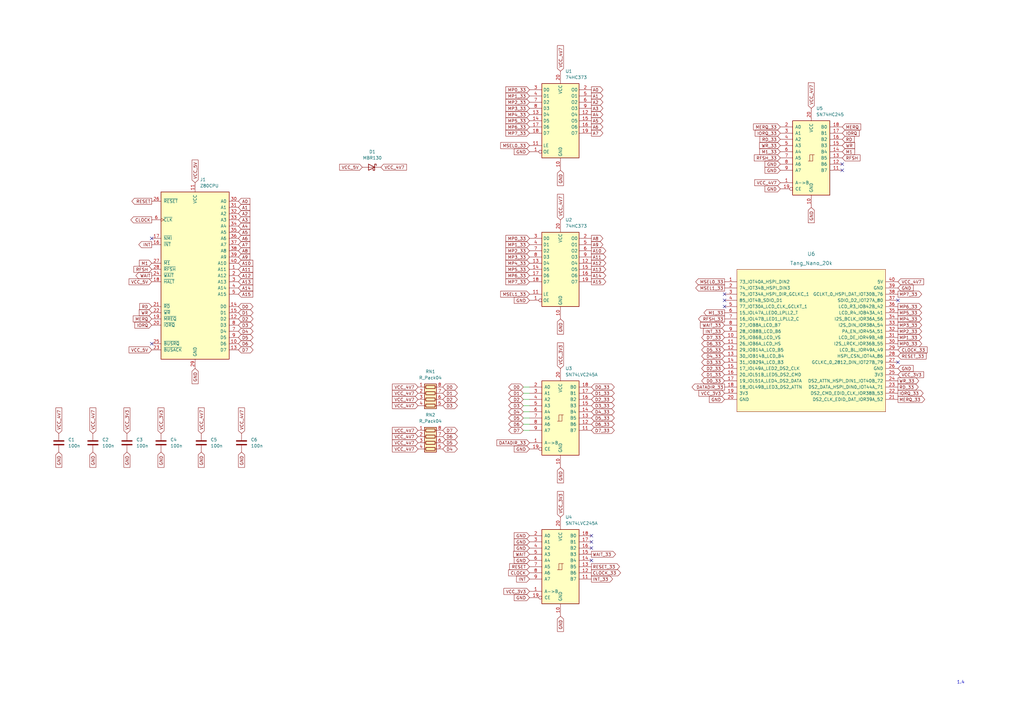
<source format=kicad_sch>
(kicad_sch (version 20211123) (generator eeschema)
  (paper "A3")
  (title_block (title "MSX-Tang Nano 9K Breakout") (date "2023-03-01"))
  (lib_symbols
    (symbol "74xx:74HC245" (pin_names (offset 1.016))
      (property "Reference" "U" (at -7.62 16.51 0))
      (property "Value" "74HC245" (at -7.62 -16.51 0))
      (symbol "74HC245_1_0"
        (polyline (pts (xy -0.635 -1.27) (xy -0.635 1.27) (xy 0.635 1.27)))
        (polyline (pts (xy -1.27 -1.27) (xy 0.635 -1.27) (xy 0.635 1.27) (xy 1.27 1.27)))
        (pin input line (at -12.7 -10.16 0) (length 5.08) (name "A->B") (number "1"))
        (pin power_in line (at 0 -20.32 90) (length 5.08) (name "GND") (number "10"))
        (pin tri_state line (at 12.7 -5.08 180) (length 5.08) (name "B7") (number "11"))
        (pin tri_state line (at 12.7 -2.54 180) (length 5.08) (name "B6") (number "12"))
        (pin tri_state line (at 12.7 0 180) (length 5.08) (name "B5") (number "13"))
        (pin tri_state line (at 12.7 2.54 180) (length 5.08) (name "B4") (number "14"))
        (pin tri_state line (at 12.7 5.08 180) (length 5.08) (name "B3") (number "15"))
        (pin tri_state line (at 12.7 7.62 180) (length 5.08) (name "B2") (number "16"))
        (pin tri_state line (at 12.7 10.16 180) (length 5.08) (name "B1") (number "17"))
        (pin tri_state line (at 12.7 12.7 180) (length 5.08) (name "B0") (number "18"))
        (pin input inverted (at -12.7 -12.7 0) (length 5.08) (name "CE") (number "19"))
        (pin tri_state line (at -12.7 12.7 0) (length 5.08) (name "A0") (number "2"))
        (pin power_in line (at 0 20.32 270) (length 5.08) (name "VCC") (number "20"))
        (pin tri_state line (at -12.7 10.16 0) (length 5.08) (name "A1") (number "3"))
        (pin tri_state line (at -12.7 7.62 0) (length 5.08) (name "A2") (number "4"))
        (pin tri_state line (at -12.7 5.08 0) (length 5.08) (name "A3") (number "5"))
        (pin tri_state line (at -12.7 2.54 0) (length 5.08) (name "A4") (number "6"))
        (pin tri_state line (at -12.7 0 0) (length 5.08) (name "A5") (number "7"))
        (pin tri_state line (at -12.7 -2.54 0) (length 5.08) (name "A6") (number "8"))
        (pin tri_state line (at -12.7 -5.08 0) (length 5.08) (name "A7") (number "9"))
      )
      (symbol "74HC245_1_1"
        (rectangle (start -7.62 15.24) (end 7.62 -15.24) (stroke (width 0.254)) (fill (type background)))
      )
    )
    (symbol "74xx:74HC373"
      (property "Reference" "U" (at -7.62 16.51 0))
      (property "Value" "74HC373" (at -7.62 -16.51 0))
      (symbol "74HC373_1_0"
        (pin input inverted (at -12.7 -12.7 0) (length 5.08) (name "OE") (number "1"))
        (pin power_in line (at 0 -20.32 90) (length 5.08) (name "GND") (number "10"))
        (pin input line (at -12.7 -10.16 0) (length 5.08) (name "LE") (number "11"))
        (pin tri_state line (at 12.7 2.54 180) (length 5.08) (name "O4") (number "12"))
        (pin input line (at -12.7 2.54 0) (length 5.08) (name "D4") (number "13"))
        (pin input line (at -12.7 0 0) (length 5.08) (name "D5") (number "14"))
        (pin tri_state line (at 12.7 0 180) (length 5.08) (name "O5") (number "15"))
        (pin tri_state line (at 12.7 -2.54 180) (length 5.08) (name "O6") (number "16"))
        (pin input line (at -12.7 -2.54 0) (length 5.08) (name "D6") (number "17"))
        (pin input line (at -12.7 -5.08 0) (length 5.08) (name "D7") (number "18"))
        (pin tri_state line (at 12.7 -5.08 180) (length 5.08) (name "O7") (number "19"))
        (pin tri_state line (at 12.7 12.7 180) (length 5.08) (name "O0") (number "2"))
        (pin power_in line (at 0 20.32 270) (length 5.08) (name "VCC") (number "20"))
        (pin input line (at -12.7 12.7 0) (length 5.08) (name "D0") (number "3"))
        (pin input line (at -12.7 10.16 0) (length 5.08) (name "D1") (number "4"))
        (pin tri_state line (at 12.7 10.16 180) (length 5.08) (name "O1") (number "5"))
        (pin tri_state line (at 12.7 7.62 180) (length 5.08) (name "O2") (number "6"))
        (pin input line (at -12.7 7.62 0) (length 5.08) (name "D2") (number "7"))
        (pin input line (at -12.7 5.08 0) (length 5.08) (name "D3") (number "8"))
        (pin tri_state line (at 12.7 5.08 180) (length 5.08) (name "O3") (number "9"))
      )
      (symbol "74HC373_1_1"
        (rectangle (start -7.62 15.24) (end 7.62 -15.24) (stroke (width 0.254)) (fill (type background)))
      )
    )
    (symbol "CPU:Z80CPU" (pin_names (offset 1.016))
      (property "Reference" "U" (at -13.97 35.56 0))
      (property "Value" "Z80CPU" (at 6.35 35.56 0))
      (symbol "Z80CPU_0_1"
        (rectangle (start -13.97 34.29) (end 13.97 -34.29) (stroke (width 0.254)) (fill (type background)))
      )
      (symbol "Z80CPU_1_1"
        (pin output line (at 17.78 2.54 180) (length 3.81) (name "A11") (number "1"))
        (pin bidirectional line (at 17.78 -27.94 180) (length 3.81) (name "D6") (number "10"))
        (pin power_in line (at 0 38.1 270) (length 3.81) (name "VCC") (number "11"))
        (pin bidirectional line (at 17.78 -17.78 180) (length 3.81) (name "D2") (number "12"))
        (pin bidirectional line (at 17.78 -30.48 180) (length 3.81) (name "D7") (number "13"))
        (pin bidirectional line (at 17.78 -12.7 180) (length 3.81) (name "D0") (number "14"))
        (pin bidirectional line (at 17.78 -15.24 180) (length 3.81) (name "D1") (number "15"))
        (pin input line (at -17.78 12.7 0) (length 3.81) (name "~{INT}") (number "16"))
        (pin input line (at -17.78 15.24 0) (length 3.81) (name "~{NMI}") (number "17"))
        (pin output line (at -17.78 -2.54 0) (length 3.81) (name "~{HALT}") (number "18"))
        (pin output line (at -17.78 -17.78 0) (length 3.81) (name "~{MREQ}") (number "19"))
        (pin output line (at 17.78 0 180) (length 3.81) (name "A12") (number "2"))
        (pin output line (at -17.78 -20.32 0) (length 3.81) (name "~{IORQ}") (number "20"))
        (pin output line (at -17.78 -12.7 0) (length 3.81) (name "~{RD}") (number "21"))
        (pin output line (at -17.78 -15.24 0) (length 3.81) (name "~{WR}") (number "22"))
        (pin output line (at -17.78 -30.48 0) (length 3.81) (name "~{BUSACK}") (number "23"))
        (pin input line (at -17.78 0 0) (length 3.81) (name "~{WAIT}") (number "24"))
        (pin input line (at -17.78 -27.94 0) (length 3.81) (name "~{BUSRQ}") (number "25"))
        (pin input line (at -17.78 30.48 0) (length 3.81) (name "~{RESET}") (number "26"))
        (pin output line (at -17.78 5.08 0) (length 3.81) (name "~{M1}") (number "27"))
        (pin output line (at -17.78 2.54 0) (length 3.81) (name "~{RFSH}") (number "28"))
        (pin power_in line (at 0 -38.1 90) (length 3.81) (name "GND") (number "29"))
        (pin output line (at 17.78 -2.54 180) (length 3.81) (name "A13") (number "3"))
        (pin output line (at 17.78 30.48 180) (length 3.81) (name "A0") (number "30"))
        (pin output line (at 17.78 27.94 180) (length 3.81) (name "A1") (number "31"))
        (pin output line (at 17.78 25.4 180) (length 3.81) (name "A2") (number "32"))
        (pin output line (at 17.78 22.86 180) (length 3.81) (name "A3") (number "33"))
        (pin output line (at 17.78 20.32 180) (length 3.81) (name "A4") (number "34"))
        (pin output line (at 17.78 17.78 180) (length 3.81) (name "A5") (number "35"))
        (pin output line (at 17.78 15.24 180) (length 3.81) (name "A6") (number "36"))
        (pin output line (at 17.78 12.7 180) (length 3.81) (name "A7") (number "37"))
        (pin output line (at 17.78 10.16 180) (length 3.81) (name "A8") (number "38"))
        (pin output line (at 17.78 7.62 180) (length 3.81) (name "A9") (number "39"))
        (pin output line (at 17.78 -5.08 180) (length 3.81) (name "A14") (number "4"))
        (pin output line (at 17.78 5.08 180) (length 3.81) (name "A10") (number "40"))
        (pin output line (at 17.78 -7.62 180) (length 3.81) (name "A15") (number "5"))
        (pin input clock (at -17.78 22.86 0) (length 3.81) (name "~{CLK}") (number "6"))
        (pin bidirectional line (at 17.78 -22.86 180) (length 3.81) (name "D4") (number "7"))
        (pin bidirectional line (at 17.78 -20.32 180) (length 3.81) (name "D3") (number "8"))
        (pin bidirectional line (at 17.78 -25.4 180) (length 3.81) (name "D5") (number "9"))
      )
    )
    (symbol "Device:C" (pin_numbers hide) (pin_names (offset 0.254))
      (property "Reference" "C" (at 0.635 2.54 0))
      (property "Value" "C" (at 0.635 -2.54 0))
      (symbol "C_0_1"
        (polyline (pts (xy -2.032 -0.762) (xy 2.032 -0.762)) (stroke (width 0.508)))
        (polyline (pts (xy -2.032 0.762) (xy 2.032 0.762)) (stroke (width 0.508)))
      )
      (symbol "C_1_1"
        (pin passive line (at 0 3.81 270) (length 2.794) (name "~") (number "1"))
        (pin passive line (at 0 -3.81 90) (length 2.794) (name "~") (number "2"))
      )
    )
    (symbol "Device:R_Pack04" (pin_names (offset 0) hide)
      (property "Reference" "RN" (at -7.62 0 90))
      (property "Value" "R_Pack04" (at 5.08 0 90))
      (symbol "R_Pack04_0_1"
        (rectangle (start -6.35 -2.413) (end 3.81 2.413) (stroke (width 0.254)) (fill (type background)))
        (rectangle (start -5.715 1.905) (end -4.445 -1.905) (stroke (width 0.254)))
        (rectangle (start -3.175 1.905) (end -1.905 -1.905) (stroke (width 0.254)))
        (rectangle (start -0.635 1.905) (end 0.635 -1.905) (stroke (width 0.254)))
        (polyline (pts (xy -5.08 -2.54) (xy -5.08 -1.905)))
        (polyline (pts (xy -5.08 1.905) (xy -5.08 2.54)))
        (polyline (pts (xy -2.54 -2.54) (xy -2.54 -1.905)))
        (polyline (pts (xy -2.54 1.905) (xy -2.54 2.54)))
        (polyline (pts (xy 0 -2.54) (xy 0 -1.905)))
        (polyline (pts (xy 0 1.905) (xy 0 2.54)))
        (polyline (pts (xy 2.54 -2.54) (xy 2.54 -1.905)))
        (polyline (pts (xy 2.54 1.905) (xy 2.54 2.54)))
        (rectangle (start 1.905 1.905) (end 3.175 -1.905) (stroke (width 0.254)))
      )
      (symbol "R_Pack04_1_1"
        (pin passive line (at -5.08 -5.08 90) (length 2.54) (name "R1.1") (number "1"))
        (pin passive line (at -2.54 -5.08 90) (length 2.54) (name "R2.1") (number "2"))
        (pin passive line (at 0 -5.08 90) (length 2.54) (name "R3.1") (number "3"))
        (pin passive line (at 2.54 -5.08 90) (length 2.54) (name "R4.1") (number "4"))
        (pin passive line (at 2.54 5.08 270) (length 2.54) (name "R4.2") (number "5"))
        (pin passive line (at 0 5.08 270) (length 2.54) (name "R3.2") (number "6"))
        (pin passive line (at -2.54 5.08 270) (length 2.54) (name "R2.2") (number "7"))
        (pin passive line (at -5.08 5.08 270) (length 2.54) (name "R1.2") (number "8"))
      )
    )
    (symbol "Diode:1N5817" (pin_numbers hide) (pin_names (offset 1.016) hide)
      (property "Reference" "D" (at 0 2.54 0))
      (property "Value" "1N5817" (at 0 -2.54 0))
      (symbol "1N5817_0_1"
        (polyline (pts (xy 1.27 0) (xy -1.27 0)))
        (polyline (pts (xy 1.27 1.27) (xy 1.27 -1.27) (xy -1.27 0) (xy 1.27 1.27)) (stroke (width 0.254)))
        (polyline (pts (xy -1.905 0.635) (xy -1.905 1.27) (xy -1.27 1.27) (xy -1.27 -1.27) (xy -0.635 -1.27) (xy -0.635 -0.635)) (stroke (width 0.254)))
      )
      (symbol "1N5817_1_1"
        (pin passive line (at -3.81 0 0) (length 2.54) (name "K") (number "1"))
        (pin passive line (at 3.81 0 180) (length 2.54) (name "A") (number "2"))
      )
    )
    (symbol "Mi_libreria:SN74LVC245AN" (pin_names (offset 1.016))
      (property "Reference" "U" (at -7.62 16.51 0))
      (property "Value" "SN74LVC245AN" (at -7.62 -16.51 0))
      (symbol "SN74LVC245AN_1_0"
        (polyline (pts (xy -0.635 -1.27) (xy -0.635 1.27) (xy 0.635 1.27)))
        (polyline (pts (xy -1.27 -1.27) (xy 0.635 -1.27) (xy 0.635 1.27) (xy 1.27 1.27)))
        (pin input line (at -12.7 -10.16 0) (length 5.08) (name "A->B") (number "1"))
        (pin power_in line (at 0 -20.32 90) (length 5.08) (name "GND") (number "10"))
        (pin tri_state line (at 12.7 -5.08 180) (length 5.08) (name "B7") (number "11"))
        (pin tri_state line (at 12.7 -2.54 180) (length 5.08) (name "B6") (number "12"))
        (pin tri_state line (at 12.7 0 180) (length 5.08) (name "B5") (number "13"))
        (pin tri_state line (at 12.7 2.54 180) (length 5.08) (name "B4") (number "14"))
        (pin tri_state line (at 12.7 5.08 180) (length 5.08) (name "B3") (number "15"))
        (pin tri_state line (at 12.7 7.62 180) (length 5.08) (name "B2") (number "16"))
        (pin tri_state line (at 12.7 10.16 180) (length 5.08) (name "B1") (number "17"))
        (pin tri_state line (at 12.7 12.7 180) (length 5.08) (name "B0") (number "18"))
        (pin input inverted (at -12.7 -12.7 0) (length 5.08) (name "CE") (number "19"))
        (pin tri_state line (at -12.7 12.7 0) (length 5.08) (name "A0") (number "2"))
        (pin power_in line (at 0 20.32 270) (length 5.08) (name "VCC") (number "20"))
        (pin tri_state line (at -12.7 10.16 0) (length 5.08) (name "A1") (number "3"))
        (pin tri_state line (at -12.7 7.62 0) (length 5.08) (name "A2") (number "4"))
        (pin tri_state line (at -12.7 5.08 0) (length 5.08) (name "A3") (number "5"))
        (pin tri_state line (at -12.7 2.54 0) (length 5.08) (name "A4") (number "6"))
        (pin tri_state line (at -12.7 0 0) (length 5.08) (name "A5") (number "7"))
        (pin tri_state line (at -12.7 -2.54 0) (length 5.08) (name "A6") (number "8"))
        (pin tri_state line (at -12.7 -5.08 0) (length 5.08) (name "A7") (number "9"))
      )
      (symbol "SN74LVC245AN_1_1"
        (rectangle (start -7.62 15.24) (end 7.62 -15.24) (stroke (width 0.254)) (fill (type background)))
      )
    )
    (symbol "Mi_libreria:Tang_Nano_20k" (pin_names (offset 1.016))
      (property "Reference" "U" (at -3.81 7.62 0))
      (property "Value" "Tang_Nano_20k" (at -10.16 2.54 0))
      (symbol "Tang_Nano_20k_1_0"
        (pin bidirectional line (at -35.56 22.86 0) (length 5) (name "73_IOT40A_HSPI_DIN2") (number "1"))
        (pin bidirectional line (at -35.56 0 0) (length 5) (name "25_IOB6B_LCD_VS") (number "10"))
        (pin bidirectional line (at -35.56 -2.54 0) (length 5) (name "26_IOB6A_LCD_HS") (number "11"))
        (pin bidirectional line (at -35.56 -5.08 0) (length 5) (name "29_IOB14A_LCD_B5") (number "12"))
        (pin bidirectional line (at -35.56 -7.62 0) (length 5) (name "30_IOB14B_LCD_B4") (number "13"))
        (pin bidirectional line (at -35.56 -10.16 0) (length 5) (name "31_IOB29A_LCD_B3") (number "14"))
        (pin bidirectional line (at -35.56 -12.7 0) (length 5) (name "17_IOL49A_LED2_DS2_CLK") (number "15"))
        (pin bidirectional line (at -35.56 -15.24 0) (length 5) (name "20_IOL51B_LED5_DS2_CMD") (number "16"))
        (pin bidirectional line (at -35.56 -17.78 0) (length 5) (name "19_IOL51A_LED4_DS2_DATA") (number "17"))
        (pin bidirectional line (at -35.56 -20.32 0) (length 5) (name "18_IOL49B_LED3_DS2_ATTN") (number "18"))
        (pin bidirectional line (at -35.56 -22.86 0) (length 5) (name "3V3") (number "19"))
        (pin bidirectional line (at -35.56 20.32 0) (length 5) (name "74_IOT34B_HSPI_DIN3") (number "2"))
        (pin bidirectional line (at -35.56 -25.4 0) (length 5) (name "GND") (number "20"))
        (pin bidirectional line (at 35.56 -25.4 180) (length 5) (name "DS2_CLK_EDID_DAT_IOR39A_52") (number "21"))
        (pin bidirectional line (at 35.56 -22.86 180) (length 5) (name "DS2_CMD_EDID_CLK_IOR38B_53") (number "22"))
        (pin bidirectional line (at 35.56 -20.32 180) (length 5) (name "DS2_DATA_HSPI_DIN0_IOT44A_71") (number "23"))
        (pin bidirectional line (at 35.56 -17.78 180) (length 5) (name "DS2_ATTN_HSPI_DIN1_IOT40B_72") (number "24"))
        (pin bidirectional line (at 35.56 -15.24 180) (length 5) (name "3V3") (number "25"))
        (pin bidirectional line (at 35.56 -12.7 180) (length 5) (name "GND") (number "26"))
        (pin bidirectional line (at 35.56 -10.16 180) (length 5) (name "GCLKC_0_2812_DIN_IOT27B_79") (number "27"))
        (pin bidirectional line (at 35.56 -7.62 180) (length 5) (name "HSPI_CSN_IOT4A_86") (number "28"))
        (pin bidirectional line (at 35.56 -5.08 180) (length 5) (name "LCD_BL_IOR49A_49") (number "29"))
        (pin bidirectional line (at -35.56 17.78 0) (length 5) (name "75_IOT34A_HSPI_DIR_GCLKC_1") (number "3"))
        (pin bidirectional line (at 35.56 -2.54 180) (length 5) (name "I2S_LRCK_IOR36B_55") (number "30"))
        (pin bidirectional line (at 35.56 0 180) (length 5) (name "LCD_DE_IOR49B_48") (number "31"))
        (pin bidirectional line (at 35.56 2.54 180) (length 5) (name "PA_EN_IOR45A_51") (number "32"))
        (pin bidirectional line (at 35.56 5.08 180) (length 5) (name "I2S_DIN_IOR38A_54") (number "33"))
        (pin bidirectional line (at 35.56 7.62 180) (length 5) (name "I2S_BCLK_IOR36A_56") (number "34"))
        (pin bidirectional line (at 35.56 10.16 180) (length 5) (name "LCD_R4_IOB43A_41") (number "35"))
        (pin bidirectional line (at 35.56 12.7 180) (length 5) (name "LCD_R3_IOB42B_42") (number "36"))
        (pin bidirectional line (at 35.56 15.24 180) (length 5) (name "SDIO_D2_IOT27A_80") (number "37"))
        (pin bidirectional line (at 35.56 17.78 180) (length 5) (name "GCLKT_0_HSPI_DAT_IOT30B_76") (number "38"))
        (pin bidirectional line (at 35.56 20.32 180) (length 5) (name "GND") (number "39"))
        (pin bidirectional line (at -35.56 15.24 0) (length 5) (name "85_IOT4B_SDIO_D1") (number "4"))
        (pin bidirectional line (at 35.56 22.86 180) (length 5) (name "5V") (number "40"))
        (pin bidirectional line (at -35.56 12.7 0) (length 5) (name "77_IOT30A_LCD_CLK_GCLKT_1") (number "5"))
        (pin bidirectional line (at -35.56 10.16 0) (length 5) (name "15_IOL47A_LED0_LPLL2_T") (number "6"))
        (pin bidirectional line (at -35.56 7.62 0) (length 5) (name "16_IOL47B_LED1_LPLL2_C") (number "7"))
        (pin bidirectional line (at -35.56 5.08 0) (length 5) (name "27_IOB8A_LCD_B7") (number "8"))
        (pin bidirectional line (at -35.56 2.54 0) (length 5) (name "28_IOB8B_LCD_B6") (number "9"))
      )
      (symbol "Tang_Nano_20k_1_1"
        (rectangle (start -30.48 27.94) (end 30.48 -30.48) (fill (type background)))
      )
    )
  )
  (no_connect (at 62.23 140.97))
  (no_connect (at 368.3 148.59))
  (no_connect (at 297.18 120.65))
  (no_connect (at 368.3 123.19))
  (no_connect (at 345.44 69.85))
  (no_connect (at 242.57 222.25))
  (no_connect (at 242.57 229.87))
  (no_connect (at 297.18 125.73))
  (no_connect (at 297.18 123.19))
  (no_connect (at 62.23 97.79))
  (no_connect (at 242.57 219.71))
  (no_connect (at 242.57 224.79))
  (no_connect (at 345.44 67.31))
  (wire (pts (xy 214.63 173.99) (xy 217.17 173.99)))
  (wire (pts (xy 214.63 158.75) (xy 217.17 158.75)))
  (wire (pts (xy 214.63 176.53) (xy 217.17 176.53)))
  (wire (pts (xy 214.63 171.45) (xy 217.17 171.45)))
  (wire (pts (xy 214.63 168.91) (xy 217.17 168.91)))
  (wire (pts (xy 214.63 163.83) (xy 217.17 163.83)))
  (wire (pts (xy 214.63 161.29) (xy 217.17 161.29)))
  (wire (pts (xy 214.63 166.37) (xy 217.17 166.37)))
  (text "1.4" (at 392.43 280.67 0) (effects (font (size 1.27 1.27)) (justify left bottom)))
  (global_label "GND" (shape input) (at 229.87 130.81 270) (property "Intersheet References" "${INTERSHEET_REFS}" (effects hide)))
  (global_label "VCC_3V3" (shape input) (at 66.04 177.8 90) (property "Intersheet References" "${INTERSHEET_REFS}" (effects hide)))
  (global_label "GND" (shape input) (at 297.18 163.83 180) (property "Intersheet References" "${INTERSHEET_REFS}" (effects hide)))
  (global_label "MP1_33" (shape input) (at 217.17 100.33 180) (property "Intersheet References" "${INTERSHEET_REFS}" (effects hide)))
  (global_label "D1" (shape bidirectional) (at 97.79 128.27 0) (property "Intersheet References" "${INTERSHEET_REFS}" (effects hide)))
  (global_label "D4" (shape bidirectional) (at 97.79 135.89 0) (property "Intersheet References" "${INTERSHEET_REFS}" (effects hide)))
  (global_label "MP4_33" (shape input) (at 217.17 107.95 180) (property "Intersheet References" "${INTERSHEET_REFS}" (effects hide)))
  (global_label "MP3_33" (shape input) (at 217.17 105.41 180) (property "Intersheet References" "${INTERSHEET_REFS}" (effects hide)))
  (global_label "MP0_33" (shape input) (at 217.17 97.79 180) (property "Intersheet References" "${INTERSHEET_REFS}" (effects hide)))
  (global_label "WAIT_33" (shape output) (at 242.57 227.33 0) (property "Intersheet References" "${INTERSHEET_REFS}" (effects hide)))
  (global_label "GND" (shape input) (at 38.1 185.42 270) (property "Intersheet References" "${INTERSHEET_REFS}" (effects hide)))
  (global_label "VCC_5V" (shape input) (at 62.23 115.57 180) (property "Intersheet References" "${INTERSHEET_REFS}" (effects hide)))
  (global_label "VCC_4V7" (shape input) (at 24.13 177.8 90) (property "Intersheet References" "${INTERSHEET_REFS}" (effects hide)))
  (global_label "WR" (shape input) (at 62.23 128.27 180) (property "Intersheet References" "${INTERSHEET_REFS}" (effects hide)))
  (global_label "GND" (shape input) (at 217.17 62.23 180) (property "Intersheet References" "${INTERSHEET_REFS}" (effects hide)))
  (global_label "RD_33" (shape input) (at 320.04 57.15 180) (property "Intersheet References" "${INTERSHEET_REFS}" (effects hide)))
  (global_label "MP6_33" (shape output) (at 368.3 125.73 0) (property "Intersheet References" "${INTERSHEET_REFS}" (effects hide)))
  (global_label "A2" (shape input) (at 97.79 87.63 0) (property "Intersheet References" "${INTERSHEET_REFS}" (effects hide)))
  (global_label "D3" (shape bidirectional) (at 214.63 166.37 180) (property "Intersheet References" "${INTERSHEET_REFS}" (effects hide)))
  (global_label "IORQ_33" (shape input) (at 320.04 54.61 180) (property "Intersheet References" "${INTERSHEET_REFS}" (effects hide)))
  (global_label "MERQ_33" (shape input) (at 320.04 52.07 180) (property "Intersheet References" "${INTERSHEET_REFS}" (effects hide)))
  (global_label "VCC_5V" (shape input) (at 62.23 143.51 180) (property "Intersheet References" "${INTERSHEET_REFS}" (effects hide)))
  (global_label "GND" (shape input) (at 217.17 229.87 180) (property "Intersheet References" "${INTERSHEET_REFS}" (effects hide)))
  (global_label "A4" (shape input) (at 97.79 92.71 0) (property "Intersheet References" "${INTERSHEET_REFS}" (effects hide)))
  (global_label "A5" (shape input) (at 97.79 95.25 0) (property "Intersheet References" "${INTERSHEET_REFS}" (effects hide)))
  (global_label "VCC_4V7" (shape input) (at 171.45 176.53 180) (property "Intersheet References" "${INTERSHEET_REFS}" (effects hide)))
  (global_label "CLOCK_33" (shape output) (at 242.57 234.95 0) (property "Intersheet References" "${INTERSHEET_REFS}" (effects hide)))
  (global_label "RD" (shape input) (at 62.23 125.73 180) (property "Intersheet References" "${INTERSHEET_REFS}" (effects hide)))
  (global_label "VCC_5V" (shape input) (at 148.59 68.58 180) (property "Intersheet References" "${INTERSHEET_REFS}" (effects hide)))
  (global_label "A8" (shape output) (at 242.57 97.79 0) (property "Intersheet References" "${INTERSHEET_REFS}" (effects hide)))
  (global_label "A0" (shape input) (at 97.79 82.55 0) (property "Intersheet References" "${INTERSHEET_REFS}" (effects hide)))
  (global_label "MP6_33" (shape input) (at 217.17 113.03 180) (property "Intersheet References" "${INTERSHEET_REFS}" (effects hide)))
  (global_label "A13" (shape input) (at 97.79 115.57 0) (property "Intersheet References" "${INTERSHEET_REFS}" (effects hide)))
  (global_label "D2" (shape bidirectional) (at 97.79 130.81 0) (property "Intersheet References" "${INTERSHEET_REFS}" (effects hide)))
  (global_label "A9" (shape input) (at 97.79 105.41 0) (property "Intersheet References" "${INTERSHEET_REFS}" (effects hide)))
  (global_label "D6_33" (shape bidirectional) (at 242.57 173.99 0) (property "Intersheet References" "${INTERSHEET_REFS}" (effects hide)))
  (global_label "D0" (shape bidirectional) (at 214.63 158.75 180) (property "Intersheet References" "${INTERSHEET_REFS}" (effects hide)))
  (global_label "GND" (shape input) (at 80.01 151.13 270) (property "Intersheet References" "${INTERSHEET_REFS}" (effects hide)))
  (global_label "D2" (shape bidirectional) (at 181.61 163.83 0) (property "Intersheet References" "${INTERSHEET_REFS}" (effects hide)))
  (global_label "RFSH_33" (shape input) (at 320.04 64.77 180) (property "Intersheet References" "${INTERSHEET_REFS}" (effects hide)))
  (global_label "M1_33" (shape output) (at 297.18 128.27 180) (property "Intersheet References" "${INTERSHEET_REFS}" (effects hide)))
  (global_label "D4_33" (shape bidirectional) (at 297.18 146.05 180) (property "Intersheet References" "${INTERSHEET_REFS}" (effects hide)))
  (global_label "MERQ_33" (shape output) (at 368.3 163.83 0) (property "Intersheet References" "${INTERSHEET_REFS}" (effects hide)))
  (global_label "A15" (shape input) (at 97.79 120.65 0) (property "Intersheet References" "${INTERSHEET_REFS}" (effects hide)))
  (global_label "D0_33" (shape bidirectional) (at 242.57 158.75 0) (property "Intersheet References" "${INTERSHEET_REFS}" (effects hide)))
  (global_label "D1_33" (shape bidirectional) (at 297.18 153.67 180) (property "Intersheet References" "${INTERSHEET_REFS}" (effects hide)))
  (global_label "MP2_33" (shape input) (at 217.17 102.87 180) (property "Intersheet References" "${INTERSHEET_REFS}" (effects hide)))
  (global_label "GND" (shape input) (at 217.17 245.11 180) (property "Intersheet References" "${INTERSHEET_REFS}" (effects hide)))
  (global_label "A13" (shape output) (at 242.57 110.49 0) (property "Intersheet References" "${INTERSHEET_REFS}" (effects hide)))
  (global_label "A7" (shape input) (at 97.79 100.33 0) (property "Intersheet References" "${INTERSHEET_REFS}" (effects hide)))
  (global_label "D7" (shape bidirectional) (at 97.79 143.51 0) (property "Intersheet References" "${INTERSHEET_REFS}" (effects hide)))
  (global_label "A14" (shape input) (at 97.79 118.11 0) (property "Intersheet References" "${INTERSHEET_REFS}" (effects hide)))
  (global_label "VCC_4V7" (shape input) (at 332.74 44.45 90) (property "Intersheet References" "${INTERSHEET_REFS}" (effects hide)))
  (global_label "CLOCK" (shape input) (at 217.17 234.95 180) (property "Intersheet References" "${INTERSHEET_REFS}" (effects hide)))
  (global_label "VCC_4V7" (shape input) (at 171.45 166.37 180) (property "Intersheet References" "${INTERSHEET_REFS}" (effects hide)))
  (global_label "D4_33" (shape bidirectional) (at 242.57 168.91 0) (property "Intersheet References" "${INTERSHEET_REFS}" (effects hide)))
  (global_label "INT" (shape input) (at 217.17 237.49 180) (property "Intersheet References" "${INTERSHEET_REFS}" (effects hide)))
  (global_label "A15" (shape output) (at 242.57 115.57 0) (property "Intersheet References" "${INTERSHEET_REFS}" (effects hide)))
  (global_label "GND" (shape input) (at 217.17 224.79 180) (property "Intersheet References" "${INTERSHEET_REFS}" (effects hide)))
  (global_label "D6" (shape bidirectional) (at 181.61 179.07 0) (property "Intersheet References" "${INTERSHEET_REFS}" (effects hide)))
  (global_label "GND" (shape input) (at 368.3 151.13 0) (property "Intersheet References" "${INTERSHEET_REFS}" (effects hide)))
  (global_label "DATADIR_33" (shape output) (at 297.18 158.75 180) (property "Intersheet References" "${INTERSHEET_REFS}" (effects hide)))
  (global_label "D4" (shape bidirectional) (at 214.63 168.91 180) (property "Intersheet References" "${INTERSHEET_REFS}" (effects hide)))
  (global_label "D3_33" (shape bidirectional) (at 297.18 148.59 180) (property "Intersheet References" "${INTERSHEET_REFS}" (effects hide)))
  (global_label "VCC_3V3" (shape input) (at 229.87 151.13 90) (property "Intersheet References" "${INTERSHEET_REFS}" (effects hide)))
  (global_label "A11" (shape output) (at 242.57 105.41 0) (property "Intersheet References" "${INTERSHEET_REFS}" (effects hide)))
  (global_label "VCC_3V3" (shape input) (at 297.18 161.29 180) (property "Intersheet References" "${INTERSHEET_REFS}" (effects hide)))
  (global_label "VCC_4V7" (shape input) (at 171.45 179.07 180) (property "Intersheet References" "${INTERSHEET_REFS}" (effects hide)))
  (global_label "VCC_4V7" (shape input) (at 156.21 68.58 0) (property "Intersheet References" "${INTERSHEET_REFS}" (effects hide)))
  (global_label "MP7_33" (shape input) (at 217.17 115.57 180) (property "Intersheet References" "${INTERSHEET_REFS}" (effects hide)))
  (global_label "GND" (shape input) (at 332.74 85.09 270) (property "Intersheet References" "${INTERSHEET_REFS}" (effects hide)))
  (global_label "MP5_33" (shape output) (at 368.3 128.27 0) (property "Intersheet References" "${INTERSHEET_REFS}" (effects hide)))
  (global_label "MP7_33" (shape output) (at 368.3 120.65 0) (property "Intersheet References" "${INTERSHEET_REFS}" (effects hide)))
  (global_label "D2_33" (shape bidirectional) (at 242.57 163.83 0) (property "Intersheet References" "${INTERSHEET_REFS}" (effects hide)))
  (global_label "VCC_4V7" (shape input) (at 171.45 161.29 180) (property "Intersheet References" "${INTERSHEET_REFS}" (effects hide)))
  (global_label "VCC_5V" (shape input) (at 80.01 74.93 90) (property "Intersheet References" "${INTERSHEET_REFS}" (effects hide)))
  (global_label "RD" (shape input) (at 345.44 57.15 0) (property "Intersheet References" "${INTERSHEET_REFS}" (effects hide)))
  (global_label "D5" (shape bidirectional) (at 181.61 181.61 0) (property "Intersheet References" "${INTERSHEET_REFS}" (effects hide)))
  (global_label "MERQ" (shape input) (at 345.44 52.07 0) (property "Intersheet References" "${INTERSHEET_REFS}" (effects hide)))
  (global_label "D0_33" (shape bidirectional) (at 297.18 156.21 180) (property "Intersheet References" "${INTERSHEET_REFS}" (effects hide)))
  (global_label "D7_33" (shape bidirectional) (at 297.18 138.43 180) (property "Intersheet References" "${INTERSHEET_REFS}" (effects hide)))
  (global_label "MP7_33" (shape input) (at 217.17 54.61 180) (property "Intersheet References" "${INTERSHEET_REFS}" (effects hide)))
  (global_label "WR_33" (shape output) (at 368.3 156.21 0) (property "Intersheet References" "${INTERSHEET_REFS}" (effects hide)))
  (global_label "A14" (shape output) (at 242.57 113.03 0) (property "Intersheet References" "${INTERSHEET_REFS}" (effects hide)))
  (global_label "VCC_3V3" (shape input) (at 52.07 177.8 90) (property "Intersheet References" "${INTERSHEET_REFS}" (effects hide)))
  (global_label "D6_33" (shape bidirectional) (at 297.18 140.97 180) (property "Intersheet References" "${INTERSHEET_REFS}" (effects hide)))
  (global_label "VCC_4V7" (shape input) (at 171.45 163.83 180) (property "Intersheet References" "${INTERSHEET_REFS}" (effects hide)))
  (global_label "A0" (shape output) (at 242.57 36.83 0) (property "Intersheet References" "${INTERSHEET_REFS}" (effects hide)))
  (global_label "A6" (shape output) (at 242.57 52.07 0) (property "Intersheet References" "${INTERSHEET_REFS}" (effects hide)))
  (global_label "D6" (shape bidirectional) (at 97.79 140.97 0) (property "Intersheet References" "${INTERSHEET_REFS}" (effects hide)))
  (global_label "GND" (shape input) (at 229.87 191.77 270) (property "Intersheet References" "${INTERSHEET_REFS}" (effects hide)))
  (global_label "MP2_33" (shape input) (at 217.17 41.91 180) (property "Intersheet References" "${INTERSHEET_REFS}" (effects hide)))
  (global_label "MP3_33" (shape output) (at 368.3 133.35 0) (property "Intersheet References" "${INTERSHEET_REFS}" (effects hide)))
  (global_label "WR" (shape input) (at 345.44 59.69 0) (property "Intersheet References" "${INTERSHEET_REFS}" (effects hide)))
  (global_label "RESET" (shape output) (at 62.23 82.55 180) (property "Intersheet References" "${INTERSHEET_REFS}" (effects hide)))
  (global_label "D4" (shape bidirectional) (at 181.61 184.15 0) (property "Intersheet References" "${INTERSHEET_REFS}" (effects hide)))
  (global_label "D3" (shape bidirectional) (at 181.61 166.37 0) (property "Intersheet References" "${INTERSHEET_REFS}" (effects hide)))
  (global_label "A3" (shape input) (at 97.79 90.17 0) (property "Intersheet References" "${INTERSHEET_REFS}" (effects hide)))
  (global_label "A7" (shape output) (at 242.57 54.61 0) (property "Intersheet References" "${INTERSHEET_REFS}" (effects hide)))
  (global_label "D5_33" (shape bidirectional) (at 297.18 143.51 180) (property "Intersheet References" "${INTERSHEET_REFS}" (effects hide)))
  (global_label "IORQ_33" (shape output) (at 368.3 161.29 0) (property "Intersheet References" "${INTERSHEET_REFS}" (effects hide)))
  (global_label "RESET_33" (shape output) (at 242.57 232.41 0) (property "Intersheet References" "${INTERSHEET_REFS}" (effects hide)))
  (global_label "MP5_33" (shape input) (at 217.17 110.49 180) (property "Intersheet References" "${INTERSHEET_REFS}" (effects hide)))
  (global_label "VCC_4V7" (shape input) (at 171.45 184.15 180) (property "Intersheet References" "${INTERSHEET_REFS}" (effects hide)))
  (global_label "MP0_33" (shape output) (at 368.3 140.97 0) (property "Intersheet References" "${INTERSHEET_REFS}" (effects hide)))
  (global_label "M1_33" (shape input) (at 320.04 62.23 180) (property "Intersheet References" "${INTERSHEET_REFS}" (effects hide)))
  (global_label "GND" (shape input) (at 229.87 69.85 270) (property "Intersheet References" "${INTERSHEET_REFS}" (effects hide)))
  (global_label "INT_33" (shape input) (at 297.18 135.89 180) (property "Intersheet References" "${INTERSHEET_REFS}" (effects hide)))
  (global_label "DATADIR_33" (shape input) (at 217.17 181.61 180) (property "Intersheet References" "${INTERSHEET_REFS}" (effects hide)))
  (global_label "A8" (shape input) (at 97.79 102.87 0) (property "Intersheet References" "${INTERSHEET_REFS}" (effects hide)))
  (global_label "A4" (shape output) (at 242.57 46.99 0) (property "Intersheet References" "${INTERSHEET_REFS}" (effects hide)))
  (global_label "WAIT" (shape output) (at 62.23 113.03 180) (property "Intersheet References" "${INTERSHEET_REFS}" (effects hide)))
  (global_label "GND" (shape input) (at 217.17 219.71 180) (property "Intersheet References" "${INTERSHEET_REFS}" (effects hide)))
  (global_label "A3" (shape output) (at 242.57 44.45 0) (property "Intersheet References" "${INTERSHEET_REFS}" (effects hide)))
  (global_label "M1" (shape input) (at 345.44 62.23 0) (property "Intersheet References" "${INTERSHEET_REFS}" (effects hide)))
  (global_label "D5" (shape bidirectional) (at 214.63 171.45 180) (property "Intersheet References" "${INTERSHEET_REFS}" (effects hide)))
  (global_label "VCC_4V7" (shape input) (at 38.1 177.8 90) (property "Intersheet References" "${INTERSHEET_REFS}" (effects hide)))
  (global_label "A5" (shape output) (at 242.57 49.53 0) (property "Intersheet References" "${INTERSHEET_REFS}" (effects hide)))
  (global_label "GND" (shape input) (at 82.55 185.42 270) (property "Intersheet References" "${INTERSHEET_REFS}" (effects hide)))
  (global_label "D2" (shape bidirectional) (at 214.63 163.83 180) (property "Intersheet References" "${INTERSHEET_REFS}" (effects hide)))
  (global_label "VCC_4V7" (shape input) (at 171.45 158.75 180) (property "Intersheet References" "${INTERSHEET_REFS}" (effects hide)))
  (global_label "INT_33" (shape output) (at 242.57 237.49 0) (property "Intersheet References" "${INTERSHEET_REFS}" (effects hide)))
  (global_label "D1" (shape bidirectional) (at 214.63 161.29 180) (property "Intersheet References" "${INTERSHEET_REFS}" (effects hide)))
  (global_label "MSEL0_33" (shape output) (at 297.18 115.57 180) (property "Intersheet References" "${INTERSHEET_REFS}" (effects hide)))
  (global_label "RFSH_33" (shape output) (at 297.18 130.81 180) (property "Intersheet References" "${INTERSHEET_REFS}" (effects hide)))
  (global_label "D7" (shape bidirectional) (at 214.63 176.53 180) (property "Intersheet References" "${INTERSHEET_REFS}" (effects hide)))
  (global_label "GND" (shape input) (at 320.04 69.85 180) (property "Intersheet References" "${INTERSHEET_REFS}" (effects hide)))
  (global_label "CLOCK_33" (shape input) (at 368.3 143.51 0) (property "Intersheet References" "${INTERSHEET_REFS}" (effects hide)))
  (global_label "GND" (shape input) (at 320.04 67.31 180) (property "Intersheet References" "${INTERSHEET_REFS}" (effects hide)))
  (global_label "RESET" (shape input) (at 217.17 232.41 180) (property "Intersheet References" "${INTERSHEET_REFS}" (effects hide)))
  (global_label "WAIT_33" (shape input) (at 297.18 133.35 180) (property "Intersheet References" "${INTERSHEET_REFS}" (effects hide)))
  (global_label "A10" (shape output) (at 242.57 102.87 0) (property "Intersheet References" "${INTERSHEET_REFS}" (effects hide)))
  (global_label "D7" (shape bidirectional) (at 181.61 176.53 0) (property "Intersheet References" "${INTERSHEET_REFS}" (effects hide)))
  (global_label "RESET_33" (shape input) (at 368.3 146.05 0) (property "Intersheet References" "${INTERSHEET_REFS}" (effects hide)))
  (global_label "GND" (shape input) (at 24.13 185.42 270) (property "Intersheet References" "${INTERSHEET_REFS}" (effects hide)))
  (global_label "D1" (shape bidirectional) (at 181.61 161.29 0) (property "Intersheet References" "${INTERSHEET_REFS}" (effects hide)))
  (global_label "A6" (shape input) (at 97.79 97.79 0) (property "Intersheet References" "${INTERSHEET_REFS}" (effects hide)))
  (global_label "MP1_33" (shape input) (at 217.17 39.37 180) (property "Intersheet References" "${INTERSHEET_REFS}" (effects hide)))
  (global_label "A1" (shape output) (at 242.57 39.37 0) (property "Intersheet References" "${INTERSHEET_REFS}" (effects hide)))
  (global_label "D3_33" (shape bidirectional) (at 242.57 166.37 0) (property "Intersheet References" "${INTERSHEET_REFS}" (effects hide)))
  (global_label "M1" (shape input) (at 62.23 107.95 180) (property "Intersheet References" "${INTERSHEET_REFS}" (effects hide)))
  (global_label "INT" (shape output) (at 62.23 100.33 180) (property "Intersheet References" "${INTERSHEET_REFS}" (effects hide)))
  (global_label "RFSH" (shape input) (at 345.44 64.77 0) (property "Intersheet References" "${INTERSHEET_REFS}" (effects hide)))
  (global_label "D5_33" (shape bidirectional) (at 242.57 171.45 0) (property "Intersheet References" "${INTERSHEET_REFS}" (effects hide)))
  (global_label "MP3_33" (shape input) (at 217.17 44.45 180) (property "Intersheet References" "${INTERSHEET_REFS}" (effects hide)))
  (global_label "VCC_3V3" (shape input) (at 368.3 153.67 0) (property "Intersheet References" "${INTERSHEET_REFS}" (effects hide)))
  (global_label "GND" (shape input) (at 368.3 118.11 0) (property "Intersheet References" "${INTERSHEET_REFS}" (effects hide)))
  (global_label "D0" (shape bidirectional) (at 181.61 158.75 0) (property "Intersheet References" "${INTERSHEET_REFS}" (effects hide)))
  (global_label "D0" (shape bidirectional) (at 97.79 125.73 0) (property "Intersheet References" "${INTERSHEET_REFS}" (effects hide)))
  (global_label "MP5_33" (shape input) (at 217.17 49.53 180) (property "Intersheet References" "${INTERSHEET_REFS}" (effects hide)))
  (global_label "VCC_3V3" (shape input) (at 229.87 212.09 90) (property "Intersheet References" "${INTERSHEET_REFS}" (effects hide)))
  (global_label "A2" (shape output) (at 242.57 41.91 0) (property "Intersheet References" "${INTERSHEET_REFS}" (effects hide)))
  (global_label "GND" (shape input) (at 320.04 77.47 180) (property "Intersheet References" "${INTERSHEET_REFS}" (effects hide)))
  (global_label "VCC_4V7" (shape input) (at 368.3 115.57 0) (property "Intersheet References" "${INTERSHEET_REFS}" (effects hide)))
  (global_label "D2_33" (shape bidirectional) (at 297.18 151.13 180) (property "Intersheet References" "${INTERSHEET_REFS}" (effects hide)))
  (global_label "MERQ" (shape input) (at 62.23 130.81 180) (property "Intersheet References" "${INTERSHEET_REFS}" (effects hide)))
  (global_label "IORQ" (shape input) (at 62.23 133.35 180) (property "Intersheet References" "${INTERSHEET_REFS}" (effects hide)))
  (global_label "VCC_3V3" (shape input) (at 217.17 242.57 180) (property "Intersheet References" "${INTERSHEET_REFS}" (effects hide)))
  (global_label "RFSH" (shape input) (at 62.23 110.49 180) (property "Intersheet References" "${INTERSHEET_REFS}" (effects hide)))
  (global_label "VCC_4V7" (shape input) (at 171.45 181.61 180) (property "Intersheet References" "${INTERSHEET_REFS}" (effects hide)))
  (global_label "RD_33" (shape output) (at 368.3 158.75 0) (property "Intersheet References" "${INTERSHEET_REFS}" (effects hide)))
  (global_label "D7_33" (shape bidirectional) (at 242.57 176.53 0) (property "Intersheet References" "${INTERSHEET_REFS}" (effects hide)))
  (global_label "MSEL0_33" (shape input) (at 217.17 59.69 180) (property "Intersheet References" "${INTERSHEET_REFS}" (effects hide)))
  (global_label "A12" (shape input) (at 97.79 113.03 0) (property "Intersheet References" "${INTERSHEET_REFS}" (effects hide)))
  (global_label "D3" (shape bidirectional) (at 97.79 133.35 0) (property "Intersheet References" "${INTERSHEET_REFS}" (effects hide)))
  (global_label "VCC_4V7" (shape input) (at 229.87 90.17 90) (property "Intersheet References" "${INTERSHEET_REFS}" (effects hide)))
  (global_label "GND" (shape input) (at 66.04 185.42 270) (property "Intersheet References" "${INTERSHEET_REFS}" (effects hide)))
  (global_label "GND" (shape input) (at 229.87 252.73 270) (property "Intersheet References" "${INTERSHEET_REFS}" (effects hide)))
  (global_label "MSEL1_33" (shape input) (at 217.17 120.65 180) (property "Intersheet References" "${INTERSHEET_REFS}" (effects hide)))
  (global_label "VCC_4V7" (shape input) (at 229.87 29.21 90) (property "Intersheet References" "${INTERSHEET_REFS}" (effects hide)))
  (global_label "WAIT" (shape input) (at 217.17 227.33 180) (property "Intersheet References" "${INTERSHEET_REFS}" (effects hide)))
  (global_label "MP2_33" (shape output) (at 368.3 135.89 0) (property "Intersheet References" "${INTERSHEET_REFS}" (effects hide)))
  (global_label "A12" (shape output) (at 242.57 107.95 0) (property "Intersheet References" "${INTERSHEET_REFS}" (effects hide)))
  (global_label "MP6_33" (shape input) (at 217.17 52.07 180) (property "Intersheet References" "${INTERSHEET_REFS}" (effects hide)))
  (global_label "MP0_33" (shape input) (at 217.17 36.83 180) (property "Intersheet References" "${INTERSHEET_REFS}" (effects hide)))
  (global_label "CLOCK" (shape output) (at 62.23 90.17 180) (property "Intersheet References" "${INTERSHEET_REFS}" (effects hide)))
  (global_label "MP4_33" (shape output) (at 368.3 130.81 0) (property "Intersheet References" "${INTERSHEET_REFS}" (effects hide)))
  (global_label "MSEL1_33" (shape output) (at 297.18 118.11 180) (property "Intersheet References" "${INTERSHEET_REFS}" (effects hide)))
  (global_label "GND" (shape input) (at 52.07 185.42 270) (property "Intersheet References" "${INTERSHEET_REFS}" (effects hide)))
  (global_label "A1" (shape input) (at 97.79 85.09 0) (property "Intersheet References" "${INTERSHEET_REFS}" (effects hide)))
  (global_label "WR_33" (shape input) (at 320.04 59.69 180) (property "Intersheet References" "${INTERSHEET_REFS}" (effects hide)))
  (global_label "D5" (shape bidirectional) (at 97.79 138.43 0) (property "Intersheet References" "${INTERSHEET_REFS}" (effects hide)))
  (global_label "VCC_4V7" (shape input) (at 320.04 74.93 180) (property "Intersheet References" "${INTERSHEET_REFS}" (effects hide)))
  (global_label "GND" (shape input) (at 217.17 222.25 180) (property "Intersheet References" "${INTERSHEET_REFS}" (effects hide)))
  (global_label "A11" (shape input) (at 97.79 110.49 0) (property "Intersheet References" "${INTERSHEET_REFS}" (effects hide)))
  (global_label "D6" (shape bidirectional) (at 214.63 173.99 180) (property "Intersheet References" "${INTERSHEET_REFS}" (effects hide)))
  (global_label "IORQ" (shape input) (at 345.44 54.61 0) (property "Intersheet References" "${INTERSHEET_REFS}" (effects hide)))
  (global_label "VCC_4V7" (shape input) (at 82.55 177.8 90) (property "Intersheet References" "${INTERSHEET_REFS}" (effects hide)))
  (global_label "GND" (shape input) (at 217.17 123.19 180) (property "Intersheet References" "${INTERSHEET_REFS}" (effects hide)))
  (global_label "A9" (shape output) (at 242.57 100.33 0) (property "Intersheet References" "${INTERSHEET_REFS}" (effects hide)))
  (global_label "D1_33" (shape bidirectional) (at 242.57 161.29 0) (property "Intersheet References" "${INTERSHEET_REFS}" (effects hide)))
  (global_label "VCC_4V7" (shape input) (at 99.06 177.8 90) (property "Intersheet References" "${INTERSHEET_REFS}" (effects hide)))
  (global_label "GND" (shape input) (at 217.17 184.15 180) (property "Intersheet References" "${INTERSHEET_REFS}" (effects hide)))
  (global_label "GND" (shape input) (at 99.06 185.42 270) (property "Intersheet References" "${INTERSHEET_REFS}" (effects hide)))
  (global_label "MP4_33" (shape input) (at 217.17 46.99 180) (property "Intersheet References" "${INTERSHEET_REFS}" (effects hide)))
  (global_label "MP1_33" (shape output) (at 368.3 138.43 0) (property "Intersheet References" "${INTERSHEET_REFS}" (effects hide)))
  (global_label "A10" (shape input) (at 97.79 107.95 0) (property "Intersheet References" "${INTERSHEET_REFS}" (effects hide)))
  (symbol (lib_id "Device:C") (at 66.04 181.61 0) (unit 1)
    (property "Reference" "C4" (at 69.85 180.3399 0) (effects (justify left)))
    (property "Value" "100n" (at 69.85 182.8799 0) (effects (justify left)))
    (property "Footprint" "Capacitor_SMD:C_0805_2012Metric" (effects hide))
  )
  (symbol (lib_id "74xx:74HC373") (at 229.87 49.53 0) (unit 1)
    (property "Reference" "U1" (at 231.8894 29.21 0) (effects (justify left)))
    (property "Value" "74HC373" (at 231.8894 31.75 0) (effects (justify left)))
    (property "Footprint" "Package_SO:TSSOP-20_4.4x6.5mm_P0.65mm" (effects hide))
    (property "Datasheet" "https://www.ti.com/lit/ds/symlink/cd54hc373.pdf" (effects hide))
  )
  (symbol (lib_id "Mi_libreria:Tang_Nano_20k") (at 332.74 138.43 0) (unit 1)
    (property "Reference" "U6" (at 332.74 104.14 0) (effects (font (size 1.4986 1.4986))))
    (property "Value" "Tang_Nano_20k" (at 332.74 107.95 0) (effects (font (size 1.4986 1.4986))))
    (property "Footprint" "Mis_huellas:Tang_Nano_20k" (effects hide))
  )
  (symbol (lib_id "CPU:Z80CPU") (at 80.01 113.03 0) (unit 1)
    (property "Reference" "J1" (at 82.0294 73.66 0) (effects (justify left)))
    (property "Value" "Z80CPU" (at 82.0294 76.2 0) (effects (justify left)))
    (property "Footprint" "Package_DIP:DIP-40_W15.24mm_Socket" (effects hide))
    (property "Datasheet" "www.zilog.com/manage_directlink.php?filepath=docs/z80/um0080" (effects hide))
  )
  (symbol (lib_id "Device:C") (at 82.55 181.61 0) (unit 1)
    (property "Reference" "C5" (at 86.36 180.3399 0) (effects (justify left)))
    (property "Value" "100n" (at 86.36 182.8799 0) (effects (justify left)))
    (property "Footprint" "Capacitor_SMD:C_0805_2012Metric" (effects hide))
  )
  (symbol (lib_id "Device:R_Pack04") (at 176.53 181.61 270) (unit 1)
    (property "Reference" "RN2" (at 176.53 170.18 90))
    (property "Value" "R_Pack04" (at 176.53 172.72 90))
    (property "Footprint" "Resistor_SMD:R_Array_Convex_4x0603" (effects hide))
  )
  (symbol (lib_id "Diode:1N5817") (at 152.4 68.58 0) (mirror y) (unit 1)
    (property "Reference" "D1" (at 152.7175 62.23 0))
    (property "Value" "MBR130" (at 152.7175 64.77 0))
    (property "Footprint" "Diode_SMD:D_SOD-123" (effects hide))
    (property "Datasheet" "http://www.vishay.com/docs/88525/1n5817.pdf" (effects hide))
  )
  (symbol (lib_id "Device:C") (at 52.07 181.61 0) (unit 1)
    (property "Reference" "C3" (at 55.88 180.3399 0) (effects (justify left)))
    (property "Value" "100n" (at 55.88 182.8799 0) (effects (justify left)))
    (property "Footprint" "Capacitor_SMD:C_0805_2012Metric" (effects hide))
  )
  (symbol (lib_id "Mi_libreria:SN74LVC245AN") (at 229.87 171.45 0) (unit 1)
    (property "Reference" "U3" (at 231.8894 151.13 0) (effects (justify left)))
    (property "Value" "SN74LVC245A" (at 231.8894 153.67 0) (effects (justify left)))
    (property "Footprint" "Package_SO:TSSOP-20_4.4x6.5mm_P0.65mm" (effects hide))
    (property "Datasheet" "https://www.ti.com/lit/ds/symlink/sn74lvc245a.pdf" (effects hide))
  )
  (symbol (lib_id "Device:C") (at 24.13 181.61 0) (unit 1)
    (property "Reference" "C1" (at 27.94 180.3399 0) (effects (justify left)))
    (property "Value" "100n" (at 27.94 182.8799 0) (effects (justify left)))
    (property "Footprint" "Capacitor_SMD:C_0805_2012Metric" (effects hide))
  )
  (symbol (lib_id "Device:C") (at 38.1 181.61 0) (unit 1)
    (property "Reference" "C2" (at 41.91 180.3399 0) (effects (justify left)))
    (property "Value" "100n" (at 41.91 182.8799 0) (effects (justify left)))
    (property "Footprint" "Capacitor_SMD:C_0805_2012Metric" (effects hide))
  )
  (symbol (lib_id "74xx:74HC373") (at 229.87 110.49 0) (unit 1)
    (property "Reference" "U2" (at 231.8894 90.17 0) (effects (justify left)))
    (property "Value" "74HC373" (at 231.8894 92.71 0) (effects (justify left)))
    (property "Footprint" "Package_SO:TSSOP-20_4.4x6.5mm_P0.65mm" (effects hide))
    (property "Datasheet" "https://www.ti.com/lit/ds/symlink/cd54hc373.pdf" (effects hide))
  )
  (symbol (lib_id "74xx:74HC245") (at 332.74 64.77 0) (unit 1)
    (property "Reference" "U5" (at 334.7594 44.45 0) (effects (justify left)))
    (property "Value" "SN74HC245" (at 334.7594 46.99 0) (effects (justify left)))
    (property "Footprint" "Package_SO:TSSOP-20_4.4x6.5mm_P0.65mm" (effects hide))
    (property "Datasheet" "http://www.ti.com/lit/gpn/sn74HC245" (effects hide))
  )
  (symbol (lib_id "Device:R_Pack04") (at 176.53 163.83 270) (unit 1)
    (property "Reference" "RN1" (at 176.53 152.4 90))
    (property "Value" "R_Pack04" (at 176.53 154.94 90))
    (property "Footprint" "Resistor_SMD:R_Array_Convex_4x0603" (effects hide))
  )
  (symbol (lib_id "Device:C") (at 99.06 181.61 0) (unit 1)
    (property "Reference" "C6" (at 102.87 180.3399 0) (effects (justify left)))
    (property "Value" "100n" (at 102.87 182.8799 0) (effects (justify left)))
    (property "Footprint" "Capacitor_SMD:C_0805_2012Metric" (effects hide))
  )
  (symbol (lib_id "Mi_libreria:SN74LVC245AN") (at 229.87 232.41 0) (unit 1)
    (property "Reference" "U4" (at 231.8894 212.09 0) (effects (justify left)))
    (property "Value" "SN74LVC245A" (at 231.8894 214.63 0) (effects (justify left)))
    (property "Footprint" "Package_SO:TSSOP-20_4.4x6.5mm_P0.65mm" (effects hide))
    (property "Datasheet" "https://www.ti.com/lit/ds/symlink/sn74lvc245a.pdf" (effects hide))
  )
)
</source>
